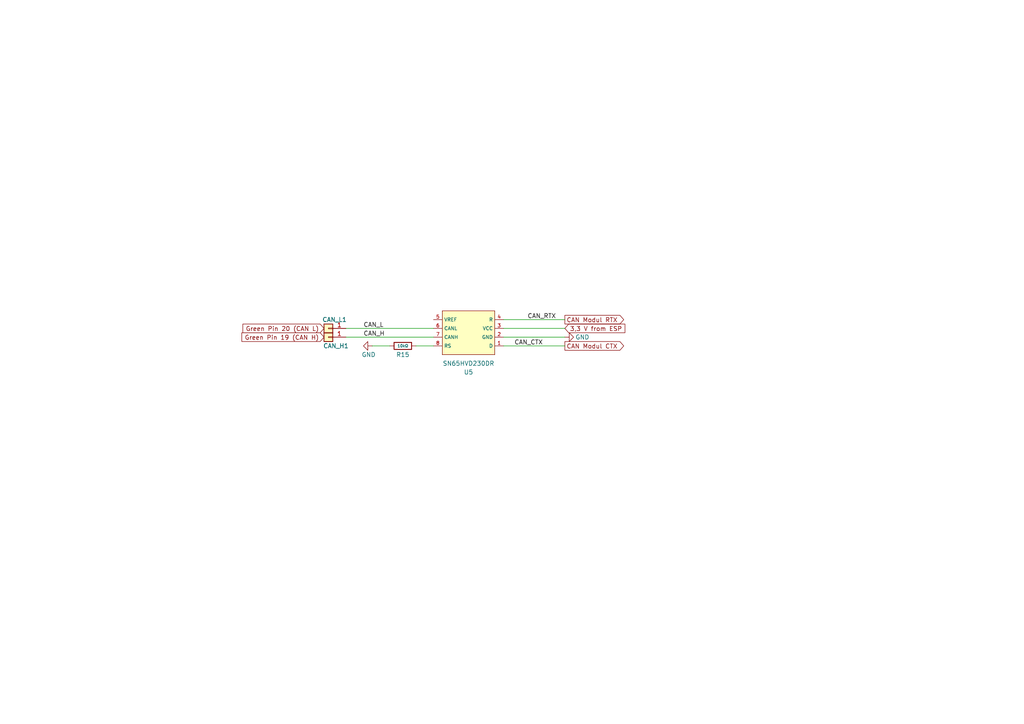
<source format=kicad_sch>
(kicad_sch (version 20250114) (generator "eeschema") (generator_version "9.0")
  (paper "A4")
  (title_block (title "CAN Modul") (comment 1 "Subsheet Brake Out Borad") (comment 2 "(c) Norbert Schechner"))
  (lib_symbols
    (symbol "Connector_Generic:Conn_01x01" (pin_names (offset 1.016) (hide yes))
      (property "Reference" "J" (at 0 2.54 0))
      (property "Value" "Conn_01x01" (at 0 -2.54 0))
      (symbol "Conn_01x01_1_1"
        (rectangle (start -1.27 1.27) (end 1.27 -1.27) (stroke (width 0.254)) (fill (type background)))
        (rectangle (start -1.27 0.127) (end 0 -0.127) (stroke (width 0.1524)))
        (pin passive line (at -5.08 0 0) (length 3.81) (name "Pin_1") (number "1"))
      )
    )
    (symbol "PCM_JLCPCB-Interface:Transceiver, CAN, SN65HVD230DR"
      (property "Reference" "U" (at 0 1.27 0))
      (property "Value" "SN65HVD230DR" (at -0.254 8.89 0))
      (symbol "Transceiver, CAN, SN65HVD230DR_0_1"
        (rectangle (start -7.62 7.62) (end 7.62 -5.08) (fill (type background)))
        (pin unspecified line (at -10.16 5.08 0) (length 2.54) (name "D") (number "1"))
        (pin unspecified line (at -10.16 2.54 0) (length 2.54) (name "GND") (number "2"))
        (pin unspecified line (at -10.16 0 0) (length 2.54) (name "VCC") (number "3"))
        (pin unspecified line (at -10.16 -2.54 0) (length 2.54) (name "R") (number "4"))
        (pin unspecified line (at 10.16 5.08 180) (length 2.54) (name "RS") (number "8"))
        (pin unspecified line (at 10.16 2.54 180) (length 2.54) (name "CANH") (number "7"))
        (pin unspecified line (at 10.16 0 180) (length 2.54) (name "CANL") (number "6"))
        (pin unspecified line (at 10.16 -2.54 180) (length 2.54) (name "VREF") (number "5"))
      )
    )
    (symbol "PCM_JLCPCB-Resistors:0603,10kΩ" (pin_numbers (hide yes)) (pin_names (offset 0))
      (property "Reference" "R" (at 1.778 0 0))
      (property "Value" "10kΩ" (at 0 0 90))
      (symbol "0603,10kΩ_0_1"
        (rectangle (start -1.016 2.54) (end 1.016 -2.54) (stroke (width 0.254)))
      )
      (symbol "0603,10kΩ_1_1"
        (pin passive line (at 0 3.81 270) (length 1.27) (name "~") (number "1"))
        (pin passive line (at 0 -3.81 90) (length 1.27) (name "~") (number "2"))
      )
    )
    (symbol "power:GND" (power) (pin_numbers (hide yes)) (pin_names (offset 0) (hide yes))
      (property "Value" "GND" (at 0 -3.81 0))
      (symbol "GND_0_1"
        (polyline (pts (xy 0 0) (xy 0 -1.27) (xy 1.27 -1.27) (xy 0 -2.54) (xy -1.27 -1.27) (xy 0 -1.27)))
      )
      (symbol "GND_1_1"
        (pin power_in line (at 0 0 270) (length 0) (name "~") (number "1"))
      )
    )
  )
  (wire (pts (xy 107.95 100.33) (xy 113.03 100.33)))
  (wire (pts (xy 146.05 97.79) (xy 163.83 97.79)))
  (wire (pts (xy 100.33 95.25) (xy 125.73 95.25)))
  (wire (pts (xy 146.05 92.71) (xy 163.83 92.71)))
  (wire (pts (xy 146.05 95.25) (xy 163.83 95.25)))
  (wire (pts (xy 100.33 97.79) (xy 125.73 97.79)))
  (wire (pts (xy 146.05 100.33) (xy 163.83 100.33)))
  (wire (pts (xy 125.73 100.33) (xy 120.65 100.33)))
  (label "CAN_CTX" (at 157.48 100.33 180))
  (label "CAN_L" (at 105.41 95.25 0))
  (label "CAN_H" (at 105.41 97.79 0))
  (label "CAN_RTX" (at 161.29 92.71 180))
  (global_label "3,3 V from ESP" (shape input) (at 163.83 95.25 0) (property "Intersheetrefs" "${INTERSHEET_REFS}" (at 181.8131 95.25 0) (effects (justify left))))
  (global_label "Green Pin 20 (CAN L)" (shape input) (at 93.98 95.25 180) (property "Intersheetrefs" "${INTERSHEET_REFS}" (at 69.8886 95.25 0) (effects (justify right))))
  (global_label "CAN Modul CTX" (shape output) (at 163.83 100.33 0) (property "Intersheetrefs" "${INTERSHEET_REFS}" (at 181.4502 100.33 0) (effects (justify left))))
  (global_label "Green Pin 19 (CAN H)" (shape input) (at 93.98 97.79 180) (property "Intersheetrefs" "${INTERSHEET_REFS}" (at 69.5862 97.79 0) (effects (justify right))))
  (global_label "CAN Modul RTX" (shape output) (at 163.83 92.71 0) (property "Intersheetrefs" "${INTERSHEET_REFS}" (at 181.4502 92.71 0) (effects (justify left))))
  (symbol (lib_id "power:GND") (at 107.95 100.33 270) (unit 1)
    (property "Reference" "#PWR13" (effects (hide yes)))
    (property "Value" "GND" (at 108.966 102.87 90) (effects (justify right)))
    (property "Description" "Power symbol creates a global label with name \"GND\" , ground" (effects (hide yes)))
  )
  (symbol (lib_id "PCM_JLCPCB-Interface:Transceiver, CAN, SN65HVD230DR") (at 135.89 95.25 180) (unit 1)
    (property "Reference" "U5" (at 135.89 107.95 0))
    (property "Value" "SN65HVD230DR" (at 135.89 105.41 0))
    (property "Footprint" "PCM_JLCPCB:SOIC-8_L4.9-W3.9-P1.27-LS6.0-BL" (effects (hide yes)))
    (property "Datasheet" "https://www.lcsc.com/datasheet/lcsc_datasheet_2304140030_Texas-Instruments-SN65HVD230DR_C12084.pdf" (effects (hide yes)))
    (property "Description" "1Mbps Transceiver SOIC-8 CAN Transceivers ROHS" (effects (hide yes)))
    (property "LCSC" "C12084" (effects (hide yes)))
    (property "Stock" "81494" (effects (hide yes)))
    (property "Price" "0.439USD" (effects (hide yes)))
    (property "Process" "SMT" (effects (hide yes)))
    (property "Minimum Qty" "1" (effects (hide yes)))
    (property "Attrition Qty" "0" (effects (hide yes)))
    (property "Class" "Preferred Component" (effects (hide yes)))
    (property "Category" "Interface ICs,CAN ICs" (effects (hide yes)))
    (property "Manufacturer" "Texas Instruments" (effects (hide yes)))
    (property "Part" "SN65HVD230DR" (effects (hide yes)))
    (property "Supply Voltage" "3V~3.6V" (effects (hide yes)))
    (property "Data Rate" "1Mbps" (effects (hide yes)))
    (property "Type" "Transceiver" (effects (hide yes)))
    (property "Operating Temperature" "-40°C~+85°C" (effects (hide yes)))
  )
  (symbol (lib_id "Connector_Generic:Conn_01x01") (at 95.25 95.25 180) (unit 1)
    (property "Reference" "CAN_L1" (at 93.472 92.71 0) (effects (justify right)))
    (property "Value" "Can_L" (effects (hide yes)))
    (property "Footprint" "Connector_Wire:SolderWire-0.5sqmm_1x01_D0.9mm_OD2.1mm" (effects (hide yes)))
    (property "Description" "Generic connector, single row, 01x01, script generated (kicad-library-utils/schlib/autogen/connector/)" (effects (hide yes)))
  )
  (symbol (lib_id "Connector_Generic:Conn_01x01") (at 95.25 97.79 180) (unit 1)
    (property "Reference" "CAN_H1" (at 93.726 100.33 0) (effects (justify right)))
    (property "Value" "Can_H" (effects (hide yes)))
    (property "Footprint" "Connector_Wire:SolderWire-0.5sqmm_1x01_D0.9mm_OD2.1mm" (effects (hide yes)))
    (property "Description" "Generic connector, single row, 01x01, script generated (kicad-library-utils/schlib/autogen/connector/)" (effects (hide yes)))
  )
  (symbol (lib_id "PCM_JLCPCB-Resistors:0603,10kΩ") (at 116.84 100.33 270) (unit 1)
    (property "Reference" "R15" (at 116.84 102.87 90))
    (property "Value" "10kΩ" (at 116.84 100.33 90) (effects (font (size 0.8 0.8))))
    (property "Footprint" "PCM_JLCPCB:R_0603" (effects (hide yes)))
    (property "Datasheet" "https://www.lcsc.com/datasheet/lcsc_datasheet_2206010045_UNI-ROYAL-Uniroyal-Elec-0603WAF1002T5E_C25804.pdf" (effects (hide yes)))
    (property "Description" "100mW Thick Film Resistors 75V ±100ppm/°C ±1% 10kΩ 0603 Chip Resistor - Surface Mount ROHS" (effects (hide yes)))
    (property "LCSC" "C25804" (effects (hide yes)))
    (property "Stock" "32886312" (effects (hide yes)))
    (property "Price" "0.004USD" (effects (hide yes)))
    (property "Process" "SMT" (effects (hide yes)))
    (property "Minimum Qty" "20" (effects (hide yes)))
    (property "Attrition Qty" "10" (effects (hide yes)))
    (property "Class" "Basic Component" (effects (hide yes)))
    (property "Category" "Resistors,Chip Resistor - Surface Mount" (effects (hide yes)))
    (property "Manufacturer" "UNI-ROYAL(Uniroyal Elec)" (effects (hide yes)))
    (property "Part" "0603WAF1002T5E" (effects (hide yes)))
    (property "Resistance" "10kΩ" (effects (hide yes)))
    (property "Power(Watts)" "100mW" (effects (hide yes)))
    (property "Type" "Thick Film Resistors" (effects (hide yes)))
    (property "Overload Voltage (Max)" "75V" (effects (hide yes)))
    (property "Operating Temperature Range" "-55°C~+155°C" (effects (hide yes)))
    (property "Tolerance" "±1%" (effects (hide yes)))
    (property "Temperature Coefficient" "±100ppm/°C" (effects (hide yes)))
  )
  (symbol (lib_id "power:GND") (at 163.83 97.79 90) (unit 1)
    (property "Reference" "#PWR14" (effects (hide yes)))
    (property "Value" "GND" (at 168.91 97.79 90))
    (property "Description" "Power symbol creates a global label with name \"GND\" , ground" (effects (hide yes)))
  )
)
</source>
